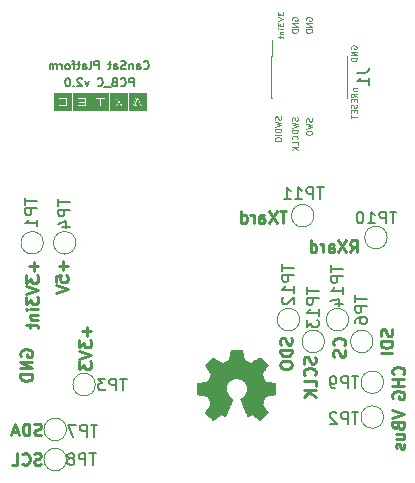
<source format=gbr>
G04 #@! TF.GenerationSoftware,KiCad,Pcbnew,(5.1.0)-1*
G04 #@! TF.CreationDate,2019-06-21T17:50:41-03:00*
G04 #@! TF.ProjectId,PCB_C,5043425f-432e-46b6-9963-61645f706362,rev?*
G04 #@! TF.SameCoordinates,Original*
G04 #@! TF.FileFunction,Legend,Bot*
G04 #@! TF.FilePolarity,Positive*
%FSLAX46Y46*%
G04 Gerber Fmt 4.6, Leading zero omitted, Abs format (unit mm)*
G04 Created by KiCad (PCBNEW (5.1.0)-1) date 2019-06-21 17:50:41*
%MOMM*%
%LPD*%
G04 APERTURE LIST*
%ADD10C,0.175000*%
%ADD11C,0.125000*%
%ADD12C,0.250000*%
%ADD13C,0.010000*%
%ADD14C,0.120000*%
%ADD15C,0.150000*%
G04 APERTURE END LIST*
D10*
X4392933Y11103800D02*
X4426266Y11070466D01*
X4526266Y11037133D01*
X4592933Y11037133D01*
X4692933Y11070466D01*
X4759599Y11137133D01*
X4792933Y11203800D01*
X4826266Y11337133D01*
X4826266Y11437133D01*
X4792933Y11570466D01*
X4759599Y11637133D01*
X4692933Y11703800D01*
X4592933Y11737133D01*
X4526266Y11737133D01*
X4426266Y11703800D01*
X4392933Y11670466D01*
X3792933Y11037133D02*
X3792933Y11403800D01*
X3826266Y11470466D01*
X3892933Y11503800D01*
X4026266Y11503800D01*
X4092933Y11470466D01*
X3792933Y11070466D02*
X3859599Y11037133D01*
X4026266Y11037133D01*
X4092933Y11070466D01*
X4126266Y11137133D01*
X4126266Y11203800D01*
X4092933Y11270466D01*
X4026266Y11303800D01*
X3859599Y11303800D01*
X3792933Y11337133D01*
X3459599Y11503800D02*
X3459599Y11037133D01*
X3459599Y11437133D02*
X3426266Y11470466D01*
X3359599Y11503800D01*
X3259599Y11503800D01*
X3192933Y11470466D01*
X3159599Y11403800D01*
X3159599Y11037133D01*
X2859600Y11070466D02*
X2759600Y11037133D01*
X2592933Y11037133D01*
X2526266Y11070466D01*
X2492933Y11103800D01*
X2459600Y11170466D01*
X2459600Y11237133D01*
X2492933Y11303800D01*
X2526266Y11337133D01*
X2592933Y11370466D01*
X2726266Y11403800D01*
X2792933Y11437133D01*
X2826266Y11470466D01*
X2859600Y11537133D01*
X2859600Y11603800D01*
X2826266Y11670466D01*
X2792933Y11703800D01*
X2726266Y11737133D01*
X2559600Y11737133D01*
X2459600Y11703800D01*
X1859599Y11037133D02*
X1859599Y11403800D01*
X1892933Y11470466D01*
X1959599Y11503800D01*
X2092933Y11503800D01*
X2159599Y11470466D01*
X1859599Y11070466D02*
X1926266Y11037133D01*
X2092933Y11037133D01*
X2159599Y11070466D01*
X2192933Y11137133D01*
X2192933Y11203800D01*
X2159599Y11270466D01*
X2092933Y11303800D01*
X1926266Y11303800D01*
X1859599Y11337133D01*
X1626266Y11503800D02*
X1359600Y11503800D01*
X1526266Y11737133D02*
X1526266Y11137133D01*
X1492933Y11070466D01*
X1426266Y11037133D01*
X1359600Y11037133D01*
X592933Y11037133D02*
X592933Y11737133D01*
X326266Y11737133D01*
X259600Y11703800D01*
X226266Y11670466D01*
X192933Y11603800D01*
X192933Y11503800D01*
X226266Y11437133D01*
X259600Y11403800D01*
X326266Y11370466D01*
X592933Y11370466D01*
X-207066Y11037133D02*
X-140400Y11070466D01*
X-107066Y11137133D01*
X-107066Y11737133D01*
X-773733Y11037133D02*
X-773733Y11403800D01*
X-740400Y11470466D01*
X-673733Y11503800D01*
X-540400Y11503800D01*
X-473733Y11470466D01*
X-773733Y11070466D02*
X-707066Y11037133D01*
X-540400Y11037133D01*
X-473733Y11070466D01*
X-440400Y11137133D01*
X-440400Y11203800D01*
X-473733Y11270466D01*
X-540400Y11303800D01*
X-707066Y11303800D01*
X-773733Y11337133D01*
X-1007066Y11503800D02*
X-1273733Y11503800D01*
X-1107066Y11737133D02*
X-1107066Y11137133D01*
X-1140400Y11070466D01*
X-1207066Y11037133D01*
X-1273733Y11037133D01*
X-1407066Y11503800D02*
X-1673733Y11503800D01*
X-1507066Y11037133D02*
X-1507066Y11637133D01*
X-1540400Y11703800D01*
X-1607066Y11737133D01*
X-1673733Y11737133D01*
X-2007066Y11037133D02*
X-1940400Y11070466D01*
X-1907066Y11103800D01*
X-1873733Y11170466D01*
X-1873733Y11370466D01*
X-1907066Y11437133D01*
X-1940400Y11470466D01*
X-2007066Y11503800D01*
X-2107066Y11503800D01*
X-2173733Y11470466D01*
X-2207066Y11437133D01*
X-2240400Y11370466D01*
X-2240400Y11170466D01*
X-2207066Y11103800D01*
X-2173733Y11070466D01*
X-2107066Y11037133D01*
X-2007066Y11037133D01*
X-2540400Y11037133D02*
X-2540400Y11503800D01*
X-2540400Y11370466D02*
X-2573733Y11437133D01*
X-2607066Y11470466D01*
X-2673733Y11503800D01*
X-2740400Y11503800D01*
X-2973733Y11037133D02*
X-2973733Y11503800D01*
X-2973733Y11437133D02*
X-3007066Y11470466D01*
X-3073733Y11503800D01*
X-3173733Y11503800D01*
X-3240400Y11470466D01*
X-3273733Y11403800D01*
X-3273733Y11037133D01*
X-3273733Y11403800D02*
X-3307066Y11470466D01*
X-3373733Y11503800D01*
X-3473733Y11503800D01*
X-3540400Y11470466D01*
X-3573733Y11403800D01*
X-3573733Y11037133D01*
D11*
X22092857Y9438095D02*
X22426190Y9438095D01*
X22140476Y9438095D02*
X22116666Y9414285D01*
X22092857Y9366666D01*
X22092857Y9295238D01*
X22116666Y9247619D01*
X22164285Y9223809D01*
X22426190Y9223809D01*
X22426190Y8700000D02*
X22188095Y8866666D01*
X22426190Y8985714D02*
X21926190Y8985714D01*
X21926190Y8795238D01*
X21950000Y8747619D01*
X21973809Y8723809D01*
X22021428Y8700000D01*
X22092857Y8700000D01*
X22140476Y8723809D01*
X22164285Y8747619D01*
X22188095Y8795238D01*
X22188095Y8985714D01*
X22164285Y8485714D02*
X22164285Y8319047D01*
X22426190Y8247619D02*
X22426190Y8485714D01*
X21926190Y8485714D01*
X21926190Y8247619D01*
X22402380Y8057142D02*
X22426190Y7985714D01*
X22426190Y7866666D01*
X22402380Y7819047D01*
X22378571Y7795238D01*
X22330952Y7771428D01*
X22283333Y7771428D01*
X22235714Y7795238D01*
X22211904Y7819047D01*
X22188095Y7866666D01*
X22164285Y7961904D01*
X22140476Y8009523D01*
X22116666Y8033333D01*
X22069047Y8057142D01*
X22021428Y8057142D01*
X21973809Y8033333D01*
X21950000Y8009523D01*
X21926190Y7961904D01*
X21926190Y7842857D01*
X21950000Y7771428D01*
X22164285Y7557142D02*
X22164285Y7390476D01*
X22426190Y7319047D02*
X22426190Y7557142D01*
X21926190Y7557142D01*
X21926190Y7319047D01*
X21926190Y7176190D02*
X21926190Y6890476D01*
X22426190Y7033333D02*
X21926190Y7033333D01*
X21950000Y12780952D02*
X21926190Y12828571D01*
X21926190Y12900000D01*
X21950000Y12971428D01*
X21997619Y13019047D01*
X22045238Y13042857D01*
X22140476Y13066666D01*
X22211904Y13066666D01*
X22307142Y13042857D01*
X22354761Y13019047D01*
X22402380Y12971428D01*
X22426190Y12900000D01*
X22426190Y12852380D01*
X22402380Y12780952D01*
X22378571Y12757142D01*
X22211904Y12757142D01*
X22211904Y12852380D01*
X22426190Y12542857D02*
X21926190Y12542857D01*
X22426190Y12257142D01*
X21926190Y12257142D01*
X22426190Y12019047D02*
X21926190Y12019047D01*
X21926190Y11900000D01*
X21950000Y11828571D01*
X21997619Y11780952D01*
X22045238Y11757142D01*
X22140476Y11733333D01*
X22211904Y11733333D01*
X22307142Y11757142D01*
X22354761Y11780952D01*
X22402380Y11828571D01*
X22426190Y11900000D01*
X22426190Y12019047D01*
X18150000Y15180952D02*
X18126190Y15228571D01*
X18126190Y15300000D01*
X18150000Y15371428D01*
X18197619Y15419047D01*
X18245238Y15442857D01*
X18340476Y15466666D01*
X18411904Y15466666D01*
X18507142Y15442857D01*
X18554761Y15419047D01*
X18602380Y15371428D01*
X18626190Y15300000D01*
X18626190Y15252380D01*
X18602380Y15180952D01*
X18578571Y15157142D01*
X18411904Y15157142D01*
X18411904Y15252380D01*
X18626190Y14942857D02*
X18126190Y14942857D01*
X18626190Y14657142D01*
X18126190Y14657142D01*
X18626190Y14419047D02*
X18126190Y14419047D01*
X18126190Y14300000D01*
X18150000Y14228571D01*
X18197619Y14180952D01*
X18245238Y14157142D01*
X18340476Y14133333D01*
X18411904Y14133333D01*
X18507142Y14157142D01*
X18554761Y14180952D01*
X18602380Y14228571D01*
X18626190Y14300000D01*
X18626190Y14419047D01*
X16950000Y15180952D02*
X16926190Y15228571D01*
X16926190Y15300000D01*
X16950000Y15371428D01*
X16997619Y15419047D01*
X17045238Y15442857D01*
X17140476Y15466666D01*
X17211904Y15466666D01*
X17307142Y15442857D01*
X17354761Y15419047D01*
X17402380Y15371428D01*
X17426190Y15300000D01*
X17426190Y15252380D01*
X17402380Y15180952D01*
X17378571Y15157142D01*
X17211904Y15157142D01*
X17211904Y15252380D01*
X17426190Y14942857D02*
X16926190Y14942857D01*
X17426190Y14657142D01*
X16926190Y14657142D01*
X17426190Y14419047D02*
X16926190Y14419047D01*
X16926190Y14300000D01*
X16950000Y14228571D01*
X16997619Y14180952D01*
X17045238Y14157142D01*
X17140476Y14133333D01*
X17211904Y14133333D01*
X17307142Y14157142D01*
X17354761Y14180952D01*
X17402380Y14228571D01*
X17426190Y14300000D01*
X17426190Y14419047D01*
X15726190Y15907142D02*
X15726190Y15597619D01*
X15916666Y15764285D01*
X15916666Y15692857D01*
X15940476Y15645238D01*
X15964285Y15621428D01*
X16011904Y15597619D01*
X16130952Y15597619D01*
X16178571Y15621428D01*
X16202380Y15645238D01*
X16226190Y15692857D01*
X16226190Y15835714D01*
X16202380Y15883333D01*
X16178571Y15907142D01*
X15726190Y15454761D02*
X16226190Y15288095D01*
X15726190Y15121428D01*
X15726190Y15002380D02*
X15726190Y14692857D01*
X15916666Y14859523D01*
X15916666Y14788095D01*
X15940476Y14740476D01*
X15964285Y14716666D01*
X16011904Y14692857D01*
X16130952Y14692857D01*
X16178571Y14716666D01*
X16202380Y14740476D01*
X16226190Y14788095D01*
X16226190Y14930952D01*
X16202380Y14978571D01*
X16178571Y15002380D01*
X16226190Y14478571D02*
X15892857Y14478571D01*
X15726190Y14478571D02*
X15750000Y14502380D01*
X15773809Y14478571D01*
X15750000Y14454761D01*
X15726190Y14478571D01*
X15773809Y14478571D01*
X15892857Y14240476D02*
X16226190Y14240476D01*
X15940476Y14240476D02*
X15916666Y14216666D01*
X15892857Y14169047D01*
X15892857Y14097619D01*
X15916666Y14049999D01*
X15964285Y14026190D01*
X16226190Y14026190D01*
X15892857Y13859523D02*
X15892857Y13669047D01*
X15726190Y13788095D02*
X16154761Y13788095D01*
X16202380Y13764285D01*
X16226190Y13716666D01*
X16226190Y13669047D01*
X18602380Y6890476D02*
X18626190Y6819047D01*
X18626190Y6700000D01*
X18602380Y6652380D01*
X18578571Y6628571D01*
X18530952Y6604761D01*
X18483333Y6604761D01*
X18435714Y6628571D01*
X18411904Y6652380D01*
X18388095Y6700000D01*
X18364285Y6795238D01*
X18340476Y6842857D01*
X18316666Y6866666D01*
X18269047Y6890476D01*
X18221428Y6890476D01*
X18173809Y6866666D01*
X18150000Y6842857D01*
X18126190Y6795238D01*
X18126190Y6676190D01*
X18150000Y6604761D01*
X18126190Y6438095D02*
X18626190Y6319047D01*
X18269047Y6223809D01*
X18626190Y6128571D01*
X18126190Y6009523D01*
X18126190Y5723809D02*
X18126190Y5628571D01*
X18150000Y5580952D01*
X18197619Y5533333D01*
X18292857Y5509523D01*
X18459523Y5509523D01*
X18554761Y5533333D01*
X18602380Y5580952D01*
X18626190Y5628571D01*
X18626190Y5723809D01*
X18602380Y5771428D01*
X18554761Y5819047D01*
X18459523Y5842857D01*
X18292857Y5842857D01*
X18197619Y5819047D01*
X18150000Y5771428D01*
X18126190Y5723809D01*
X17402380Y6980952D02*
X17426190Y6909523D01*
X17426190Y6790476D01*
X17402380Y6742857D01*
X17378571Y6719047D01*
X17330952Y6695238D01*
X17283333Y6695238D01*
X17235714Y6719047D01*
X17211904Y6742857D01*
X17188095Y6790476D01*
X17164285Y6885714D01*
X17140476Y6933333D01*
X17116666Y6957142D01*
X17069047Y6980952D01*
X17021428Y6980952D01*
X16973809Y6957142D01*
X16950000Y6933333D01*
X16926190Y6885714D01*
X16926190Y6766666D01*
X16950000Y6695238D01*
X16926190Y6528571D02*
X17426190Y6409523D01*
X17069047Y6314285D01*
X17426190Y6219047D01*
X16926190Y6100000D01*
X17426190Y5909523D02*
X16926190Y5909523D01*
X16926190Y5790476D01*
X16950000Y5719047D01*
X16997619Y5671428D01*
X17045238Y5647619D01*
X17140476Y5623809D01*
X17211904Y5623809D01*
X17307142Y5647619D01*
X17354761Y5671428D01*
X17402380Y5719047D01*
X17426190Y5790476D01*
X17426190Y5909523D01*
X17378571Y5123809D02*
X17402380Y5147619D01*
X17426190Y5219047D01*
X17426190Y5266666D01*
X17402380Y5338095D01*
X17354761Y5385714D01*
X17307142Y5409523D01*
X17211904Y5433333D01*
X17140476Y5433333D01*
X17045238Y5409523D01*
X16997619Y5385714D01*
X16950000Y5338095D01*
X16926190Y5266666D01*
X16926190Y5219047D01*
X16950000Y5147619D01*
X16973809Y5123809D01*
X17426190Y4671428D02*
X17426190Y4909523D01*
X16926190Y4909523D01*
X17426190Y4504761D02*
X16926190Y4504761D01*
X17426190Y4219047D02*
X17140476Y4433333D01*
X16926190Y4219047D02*
X17211904Y4504761D01*
X16002380Y7059523D02*
X16026190Y6988095D01*
X16026190Y6869047D01*
X16002380Y6821428D01*
X15978571Y6797619D01*
X15930952Y6773809D01*
X15883333Y6773809D01*
X15835714Y6797619D01*
X15811904Y6821428D01*
X15788095Y6869047D01*
X15764285Y6964285D01*
X15740476Y7011904D01*
X15716666Y7035714D01*
X15669047Y7059523D01*
X15621428Y7059523D01*
X15573809Y7035714D01*
X15550000Y7011904D01*
X15526190Y6964285D01*
X15526190Y6845238D01*
X15550000Y6773809D01*
X15526190Y6607142D02*
X16026190Y6488095D01*
X15669047Y6392857D01*
X16026190Y6297619D01*
X15526190Y6178571D01*
X16026190Y5988095D02*
X15526190Y5988095D01*
X15526190Y5869047D01*
X15550000Y5797619D01*
X15597619Y5750000D01*
X15645238Y5726190D01*
X15740476Y5702380D01*
X15811904Y5702380D01*
X15907142Y5726190D01*
X15954761Y5750000D01*
X16002380Y5797619D01*
X16026190Y5869047D01*
X16026190Y5988095D01*
X16026190Y5488095D02*
X15526190Y5488095D01*
X15526190Y5154761D02*
X15526190Y5059523D01*
X15550000Y5011904D01*
X15597619Y4964285D01*
X15692857Y4940476D01*
X15859523Y4940476D01*
X15954761Y4964285D01*
X16002380Y5011904D01*
X16026190Y5059523D01*
X16026190Y5154761D01*
X16002380Y5202380D01*
X15954761Y5250000D01*
X15859523Y5273809D01*
X15692857Y5273809D01*
X15597619Y5250000D01*
X15550000Y5202380D01*
X15526190Y5154761D01*
D10*
X3530666Y9601733D02*
X3530666Y10301733D01*
X3264000Y10301733D01*
X3197333Y10268400D01*
X3164000Y10235066D01*
X3130666Y10168400D01*
X3130666Y10068400D01*
X3164000Y10001733D01*
X3197333Y9968400D01*
X3264000Y9935066D01*
X3530666Y9935066D01*
X2430666Y9668400D02*
X2464000Y9635066D01*
X2564000Y9601733D01*
X2630666Y9601733D01*
X2730666Y9635066D01*
X2797333Y9701733D01*
X2830666Y9768400D01*
X2864000Y9901733D01*
X2864000Y10001733D01*
X2830666Y10135066D01*
X2797333Y10201733D01*
X2730666Y10268400D01*
X2630666Y10301733D01*
X2564000Y10301733D01*
X2464000Y10268400D01*
X2430666Y10235066D01*
X1897333Y9968400D02*
X1797333Y9935066D01*
X1764000Y9901733D01*
X1730666Y9835066D01*
X1730666Y9735066D01*
X1764000Y9668400D01*
X1797333Y9635066D01*
X1864000Y9601733D01*
X2130666Y9601733D01*
X2130666Y10301733D01*
X1897333Y10301733D01*
X1830666Y10268400D01*
X1797333Y10235066D01*
X1764000Y10168400D01*
X1764000Y10101733D01*
X1797333Y10035066D01*
X1830666Y10001733D01*
X1897333Y9968400D01*
X2130666Y9968400D01*
X1597333Y9535066D02*
X1064000Y9535066D01*
X497333Y9668400D02*
X530666Y9635066D01*
X630666Y9601733D01*
X697333Y9601733D01*
X797333Y9635066D01*
X864000Y9701733D01*
X897333Y9768400D01*
X930666Y9901733D01*
X930666Y10001733D01*
X897333Y10135066D01*
X864000Y10201733D01*
X797333Y10268400D01*
X697333Y10301733D01*
X630666Y10301733D01*
X530666Y10268400D01*
X497333Y10235066D01*
X-269333Y10068400D02*
X-435999Y9601733D01*
X-602666Y10068400D01*
X-835999Y10235066D02*
X-869333Y10268400D01*
X-935999Y10301733D01*
X-1102666Y10301733D01*
X-1169333Y10268400D01*
X-1202666Y10235066D01*
X-1235999Y10168400D01*
X-1235999Y10101733D01*
X-1202666Y10001733D01*
X-802666Y9601733D01*
X-1235999Y9601733D01*
X-1535999Y9668400D02*
X-1569333Y9635066D01*
X-1535999Y9601733D01*
X-1502666Y9635066D01*
X-1535999Y9668400D01*
X-1535999Y9601733D01*
X-2002666Y10301733D02*
X-2069333Y10301733D01*
X-2135999Y10268400D01*
X-2169333Y10235066D01*
X-2202666Y10168400D01*
X-2235999Y10035066D01*
X-2235999Y9868400D01*
X-2202666Y9735066D01*
X-2169333Y9668400D01*
X-2135999Y9635066D01*
X-2069333Y9601733D01*
X-2002666Y9601733D01*
X-1935999Y9635066D01*
X-1902666Y9668400D01*
X-1869333Y9735066D01*
X-1835999Y9868400D01*
X-1835999Y10035066D01*
X-1869333Y10168400D01*
X-1902666Y10235066D01*
X-1935999Y10268400D01*
X-2002666Y10301733D01*
D12*
X25404761Y-10976190D02*
X25452380Y-11119047D01*
X25452380Y-11357142D01*
X25404761Y-11452380D01*
X25357142Y-11500000D01*
X25261904Y-11547619D01*
X25166666Y-11547619D01*
X25071428Y-11500000D01*
X25023809Y-11452380D01*
X24976190Y-11357142D01*
X24928571Y-11166666D01*
X24880952Y-11071428D01*
X24833333Y-11023809D01*
X24738095Y-10976190D01*
X24642857Y-10976190D01*
X24547619Y-11023809D01*
X24500000Y-11071428D01*
X24452380Y-11166666D01*
X24452380Y-11404761D01*
X24500000Y-11547619D01*
X25452380Y-11976190D02*
X24452380Y-11976190D01*
X24452380Y-12214285D01*
X24500000Y-12357142D01*
X24595238Y-12452380D01*
X24690476Y-12500000D01*
X24880952Y-12547619D01*
X25023809Y-12547619D01*
X25214285Y-12500000D01*
X25309523Y-12452380D01*
X25404761Y-12357142D01*
X25452380Y-12214285D01*
X25452380Y-11976190D01*
X25452380Y-12976190D02*
X24452380Y-12976190D01*
X21357142Y-12333333D02*
X21404761Y-12285714D01*
X21452380Y-12142857D01*
X21452380Y-12047619D01*
X21404761Y-11904761D01*
X21309523Y-11809523D01*
X21214285Y-11761904D01*
X21023809Y-11714285D01*
X20880952Y-11714285D01*
X20690476Y-11761904D01*
X20595238Y-11809523D01*
X20500000Y-11904761D01*
X20452380Y-12047619D01*
X20452380Y-12142857D01*
X20500000Y-12285714D01*
X20547619Y-12333333D01*
X21404761Y-12714285D02*
X21452380Y-12857142D01*
X21452380Y-13095238D01*
X21404761Y-13190476D01*
X21357142Y-13238095D01*
X21261904Y-13285714D01*
X21166666Y-13285714D01*
X21071428Y-13238095D01*
X21023809Y-13190476D01*
X20976190Y-13095238D01*
X20928571Y-12904761D01*
X20880952Y-12809523D01*
X20833333Y-12761904D01*
X20738095Y-12714285D01*
X20642857Y-12714285D01*
X20547619Y-12761904D01*
X20500000Y-12809523D01*
X20452380Y-12904761D01*
X20452380Y-13142857D01*
X20500000Y-13285714D01*
X18904761Y-13309523D02*
X18952380Y-13452380D01*
X18952380Y-13690476D01*
X18904761Y-13785714D01*
X18857142Y-13833333D01*
X18761904Y-13880952D01*
X18666666Y-13880952D01*
X18571428Y-13833333D01*
X18523809Y-13785714D01*
X18476190Y-13690476D01*
X18428571Y-13500000D01*
X18380952Y-13404761D01*
X18333333Y-13357142D01*
X18238095Y-13309523D01*
X18142857Y-13309523D01*
X18047619Y-13357142D01*
X18000000Y-13404761D01*
X17952380Y-13500000D01*
X17952380Y-13738095D01*
X18000000Y-13880952D01*
X18857142Y-14880952D02*
X18904761Y-14833333D01*
X18952380Y-14690476D01*
X18952380Y-14595238D01*
X18904761Y-14452380D01*
X18809523Y-14357142D01*
X18714285Y-14309523D01*
X18523809Y-14261904D01*
X18380952Y-14261904D01*
X18190476Y-14309523D01*
X18095238Y-14357142D01*
X18000000Y-14452380D01*
X17952380Y-14595238D01*
X17952380Y-14690476D01*
X18000000Y-14833333D01*
X18047619Y-14880952D01*
X18952380Y-15785714D02*
X18952380Y-15309523D01*
X17952380Y-15309523D01*
X18952380Y-16119047D02*
X17952380Y-16119047D01*
X18952380Y-16690476D02*
X18380952Y-16261904D01*
X17952380Y-16690476D02*
X18523809Y-16119047D01*
X16904761Y-11690476D02*
X16952380Y-11833333D01*
X16952380Y-12071428D01*
X16904761Y-12166666D01*
X16857142Y-12214285D01*
X16761904Y-12261904D01*
X16666666Y-12261904D01*
X16571428Y-12214285D01*
X16523809Y-12166666D01*
X16476190Y-12071428D01*
X16428571Y-11880952D01*
X16380952Y-11785714D01*
X16333333Y-11738095D01*
X16238095Y-11690476D01*
X16142857Y-11690476D01*
X16047619Y-11738095D01*
X16000000Y-11785714D01*
X15952380Y-11880952D01*
X15952380Y-12119047D01*
X16000000Y-12261904D01*
X16952380Y-12690476D02*
X15952380Y-12690476D01*
X15952380Y-12928571D01*
X16000000Y-13071428D01*
X16095238Y-13166666D01*
X16190476Y-13214285D01*
X16380952Y-13261904D01*
X16523809Y-13261904D01*
X16714285Y-13214285D01*
X16809523Y-13166666D01*
X16904761Y-13071428D01*
X16952380Y-12928571D01*
X16952380Y-12690476D01*
X15952380Y-13880952D02*
X15952380Y-14071428D01*
X16000000Y-14166666D01*
X16095238Y-14261904D01*
X16285714Y-14309523D01*
X16619047Y-14309523D01*
X16809523Y-14261904D01*
X16904761Y-14166666D01*
X16952380Y-14071428D01*
X16952380Y-13880952D01*
X16904761Y-13785714D01*
X16809523Y-13690476D01*
X16619047Y-13642857D01*
X16285714Y-13642857D01*
X16095238Y-13690476D01*
X16000000Y-13785714D01*
X15952380Y-13880952D01*
X25452380Y-17809523D02*
X26452380Y-18142857D01*
X25452380Y-18476190D01*
X25928571Y-19142857D02*
X25976190Y-19285714D01*
X26023809Y-19333333D01*
X26119047Y-19380952D01*
X26261904Y-19380952D01*
X26357142Y-19333333D01*
X26404761Y-19285714D01*
X26452380Y-19190476D01*
X26452380Y-18809523D01*
X25452380Y-18809523D01*
X25452380Y-19142857D01*
X25500000Y-19238095D01*
X25547619Y-19285714D01*
X25642857Y-19333333D01*
X25738095Y-19333333D01*
X25833333Y-19285714D01*
X25880952Y-19238095D01*
X25928571Y-19142857D01*
X25928571Y-18809523D01*
X25785714Y-20238095D02*
X26452380Y-20238095D01*
X25785714Y-19809523D02*
X26309523Y-19809523D01*
X26404761Y-19857142D01*
X26452380Y-19952380D01*
X26452380Y-20095238D01*
X26404761Y-20190476D01*
X26357142Y-20238095D01*
X26404761Y-20666666D02*
X26452380Y-20761904D01*
X26452380Y-20952380D01*
X26404761Y-21047619D01*
X26309523Y-21095238D01*
X26261904Y-21095238D01*
X26166666Y-21047619D01*
X26119047Y-20952380D01*
X26119047Y-20809523D01*
X26071428Y-20714285D01*
X25976190Y-20666666D01*
X25928571Y-20666666D01*
X25833333Y-20714285D01*
X25785714Y-20809523D01*
X25785714Y-20952380D01*
X25833333Y-21047619D01*
X26357142Y-14785714D02*
X26404761Y-14738095D01*
X26452380Y-14595238D01*
X26452380Y-14500000D01*
X26404761Y-14357142D01*
X26309523Y-14261904D01*
X26214285Y-14214285D01*
X26023809Y-14166666D01*
X25880952Y-14166666D01*
X25690476Y-14214285D01*
X25595238Y-14261904D01*
X25500000Y-14357142D01*
X25452380Y-14500000D01*
X25452380Y-14595238D01*
X25500000Y-14738095D01*
X25547619Y-14785714D01*
X26452380Y-15214285D02*
X25452380Y-15214285D01*
X25928571Y-15214285D02*
X25928571Y-15785714D01*
X26452380Y-15785714D02*
X25452380Y-15785714D01*
X25500000Y-16785714D02*
X25452380Y-16690476D01*
X25452380Y-16547619D01*
X25500000Y-16404761D01*
X25595238Y-16309523D01*
X25690476Y-16261904D01*
X25880952Y-16214285D01*
X26023809Y-16214285D01*
X26214285Y-16261904D01*
X26309523Y-16309523D01*
X26404761Y-16404761D01*
X26452380Y-16547619D01*
X26452380Y-16642857D01*
X26404761Y-16785714D01*
X26357142Y-16833333D01*
X26023809Y-16833333D01*
X26023809Y-16642857D01*
X21880952Y-4452380D02*
X22214285Y-3976190D01*
X22452380Y-4452380D02*
X22452380Y-3452380D01*
X22071428Y-3452380D01*
X21976190Y-3500000D01*
X21928571Y-3547619D01*
X21880952Y-3642857D01*
X21880952Y-3785714D01*
X21928571Y-3880952D01*
X21976190Y-3928571D01*
X22071428Y-3976190D01*
X22452380Y-3976190D01*
X21547619Y-3452380D02*
X20880952Y-4452380D01*
X20880952Y-3452380D02*
X21547619Y-4452380D01*
X20071428Y-4452380D02*
X20071428Y-3928571D01*
X20119047Y-3833333D01*
X20214285Y-3785714D01*
X20404761Y-3785714D01*
X20500000Y-3833333D01*
X20071428Y-4404761D02*
X20166666Y-4452380D01*
X20404761Y-4452380D01*
X20500000Y-4404761D01*
X20547619Y-4309523D01*
X20547619Y-4214285D01*
X20500000Y-4119047D01*
X20404761Y-4071428D01*
X20166666Y-4071428D01*
X20071428Y-4023809D01*
X19595238Y-4452380D02*
X19595238Y-3785714D01*
X19595238Y-3976190D02*
X19547619Y-3880952D01*
X19500000Y-3833333D01*
X19404761Y-3785714D01*
X19309523Y-3785714D01*
X18547619Y-4452380D02*
X18547619Y-3452380D01*
X18547619Y-4404761D02*
X18642857Y-4452380D01*
X18833333Y-4452380D01*
X18928571Y-4404761D01*
X18976190Y-4357142D01*
X19023809Y-4261904D01*
X19023809Y-3976190D01*
X18976190Y-3880952D01*
X18928571Y-3833333D01*
X18833333Y-3785714D01*
X18642857Y-3785714D01*
X18547619Y-3833333D01*
X16476190Y-952380D02*
X15904761Y-952380D01*
X16190476Y-1952380D02*
X16190476Y-952380D01*
X15666666Y-952380D02*
X15000000Y-1952380D01*
X15000000Y-952380D02*
X15666666Y-1952380D01*
X14190476Y-1952380D02*
X14190476Y-1428571D01*
X14238095Y-1333333D01*
X14333333Y-1285714D01*
X14523809Y-1285714D01*
X14619047Y-1333333D01*
X14190476Y-1904761D02*
X14285714Y-1952380D01*
X14523809Y-1952380D01*
X14619047Y-1904761D01*
X14666666Y-1809523D01*
X14666666Y-1714285D01*
X14619047Y-1619047D01*
X14523809Y-1571428D01*
X14285714Y-1571428D01*
X14190476Y-1523809D01*
X13714285Y-1952380D02*
X13714285Y-1285714D01*
X13714285Y-1476190D02*
X13666666Y-1380952D01*
X13619047Y-1333333D01*
X13523809Y-1285714D01*
X13428571Y-1285714D01*
X12666666Y-1952380D02*
X12666666Y-952380D01*
X12666666Y-1904761D02*
X12761904Y-1952380D01*
X12952380Y-1952380D01*
X13047619Y-1904761D01*
X13095238Y-1857142D01*
X13142857Y-1761904D01*
X13142857Y-1476190D01*
X13095238Y-1380952D01*
X13047619Y-1333333D01*
X12952380Y-1285714D01*
X12761904Y-1285714D01*
X12666666Y-1333333D01*
X-6000000Y-13238095D02*
X-6047619Y-13142857D01*
X-6047619Y-13000000D01*
X-6000000Y-12857142D01*
X-5904761Y-12761904D01*
X-5809523Y-12714285D01*
X-5619047Y-12666666D01*
X-5476190Y-12666666D01*
X-5285714Y-12714285D01*
X-5190476Y-12761904D01*
X-5095238Y-12857142D01*
X-5047619Y-13000000D01*
X-5047619Y-13095238D01*
X-5095238Y-13238095D01*
X-5142857Y-13285714D01*
X-5476190Y-13285714D01*
X-5476190Y-13095238D01*
X-5047619Y-13714285D02*
X-6047619Y-13714285D01*
X-5047619Y-14285714D01*
X-6047619Y-14285714D01*
X-5047619Y-14761904D02*
X-6047619Y-14761904D01*
X-6047619Y-15000000D01*
X-6000000Y-15142857D01*
X-5904761Y-15238095D01*
X-5809523Y-15285714D01*
X-5619047Y-15333333D01*
X-5476190Y-15333333D01*
X-5285714Y-15285714D01*
X-5190476Y-15238095D01*
X-5095238Y-15142857D01*
X-5047619Y-15000000D01*
X-5047619Y-14761904D01*
X-4309523Y-22404761D02*
X-4452380Y-22452380D01*
X-4690476Y-22452380D01*
X-4785714Y-22404761D01*
X-4833333Y-22357142D01*
X-4880952Y-22261904D01*
X-4880952Y-22166666D01*
X-4833333Y-22071428D01*
X-4785714Y-22023809D01*
X-4690476Y-21976190D01*
X-4500000Y-21928571D01*
X-4404761Y-21880952D01*
X-4357142Y-21833333D01*
X-4309523Y-21738095D01*
X-4309523Y-21642857D01*
X-4357142Y-21547619D01*
X-4404761Y-21500000D01*
X-4500000Y-21452380D01*
X-4738095Y-21452380D01*
X-4880952Y-21500000D01*
X-5880952Y-22357142D02*
X-5833333Y-22404761D01*
X-5690476Y-22452380D01*
X-5595238Y-22452380D01*
X-5452380Y-22404761D01*
X-5357142Y-22309523D01*
X-5309523Y-22214285D01*
X-5261904Y-22023809D01*
X-5261904Y-21880952D01*
X-5309523Y-21690476D01*
X-5357142Y-21595238D01*
X-5452380Y-21500000D01*
X-5595238Y-21452380D01*
X-5690476Y-21452380D01*
X-5833333Y-21500000D01*
X-5880952Y-21547619D01*
X-6785714Y-22452380D02*
X-6309523Y-22452380D01*
X-6309523Y-21452380D01*
X-4285714Y-19904761D02*
X-4428571Y-19952380D01*
X-4666666Y-19952380D01*
X-4761904Y-19904761D01*
X-4809523Y-19857142D01*
X-4857142Y-19761904D01*
X-4857142Y-19666666D01*
X-4809523Y-19571428D01*
X-4761904Y-19523809D01*
X-4666666Y-19476190D01*
X-4476190Y-19428571D01*
X-4380952Y-19380952D01*
X-4333333Y-19333333D01*
X-4285714Y-19238095D01*
X-4285714Y-19142857D01*
X-4333333Y-19047619D01*
X-4380952Y-19000000D01*
X-4476190Y-18952380D01*
X-4714285Y-18952380D01*
X-4857142Y-19000000D01*
X-5285714Y-19952380D02*
X-5285714Y-18952380D01*
X-5523809Y-18952380D01*
X-5666666Y-19000000D01*
X-5761904Y-19095238D01*
X-5809523Y-19190476D01*
X-5857142Y-19380952D01*
X-5857142Y-19523809D01*
X-5809523Y-19714285D01*
X-5761904Y-19809523D01*
X-5666666Y-19904761D01*
X-5523809Y-19952380D01*
X-5285714Y-19952380D01*
X-6238095Y-19666666D02*
X-6714285Y-19666666D01*
X-6142857Y-19952380D02*
X-6476190Y-18952380D01*
X-6809523Y-19952380D01*
X-428571Y-10738095D02*
X-428571Y-11500000D01*
X-47619Y-11119047D02*
X-809523Y-11119047D01*
X-1047619Y-11880952D02*
X-1047619Y-12500000D01*
X-666666Y-12166666D01*
X-666666Y-12309523D01*
X-619047Y-12404761D01*
X-571428Y-12452380D01*
X-476190Y-12500000D01*
X-238095Y-12500000D01*
X-142857Y-12452380D01*
X-95238Y-12404761D01*
X-47619Y-12309523D01*
X-47619Y-12023809D01*
X-95238Y-11928571D01*
X-142857Y-11880952D01*
X-1047619Y-12785714D02*
X-47619Y-13119047D01*
X-1047619Y-13452380D01*
X-1047619Y-13690476D02*
X-1047619Y-14309523D01*
X-666666Y-13976190D01*
X-666666Y-14119047D01*
X-619047Y-14214285D01*
X-571428Y-14261904D01*
X-476190Y-14309523D01*
X-238095Y-14309523D01*
X-142857Y-14261904D01*
X-95238Y-14214285D01*
X-47619Y-14119047D01*
X-47619Y-13833333D01*
X-95238Y-13738095D01*
X-142857Y-13690476D01*
X-4928571Y-5261904D02*
X-4928571Y-6023809D01*
X-4547619Y-5642857D02*
X-5309523Y-5642857D01*
X-5547619Y-6404761D02*
X-5547619Y-7023809D01*
X-5166666Y-6690476D01*
X-5166666Y-6833333D01*
X-5119047Y-6928571D01*
X-5071428Y-6976190D01*
X-4976190Y-7023809D01*
X-4738095Y-7023809D01*
X-4642857Y-6976190D01*
X-4595238Y-6928571D01*
X-4547619Y-6833333D01*
X-4547619Y-6547619D01*
X-4595238Y-6452380D01*
X-4642857Y-6404761D01*
X-5547619Y-7309523D02*
X-4547619Y-7642857D01*
X-5547619Y-7976190D01*
X-5547619Y-8214285D02*
X-5547619Y-8833333D01*
X-5166666Y-8500000D01*
X-5166666Y-8642857D01*
X-5119047Y-8738095D01*
X-5071428Y-8785714D01*
X-4976190Y-8833333D01*
X-4738095Y-8833333D01*
X-4642857Y-8785714D01*
X-4595238Y-8738095D01*
X-4547619Y-8642857D01*
X-4547619Y-8357142D01*
X-4595238Y-8261904D01*
X-4642857Y-8214285D01*
X-4547619Y-9261904D02*
X-5214285Y-9261904D01*
X-5547619Y-9261904D02*
X-5500000Y-9214285D01*
X-5452380Y-9261904D01*
X-5500000Y-9309523D01*
X-5547619Y-9261904D01*
X-5452380Y-9261904D01*
X-5214285Y-9738095D02*
X-4547619Y-9738095D01*
X-5119047Y-9738095D02*
X-5166666Y-9785714D01*
X-5214285Y-9880952D01*
X-5214285Y-10023809D01*
X-5166666Y-10119047D01*
X-5071428Y-10166666D01*
X-4547619Y-10166666D01*
X-5214285Y-10500000D02*
X-5214285Y-10880952D01*
X-5547619Y-10642857D02*
X-4690476Y-10642857D01*
X-4595238Y-10690476D01*
X-4547619Y-10785714D01*
X-4547619Y-10880952D01*
X-2428571Y-5214285D02*
X-2428571Y-5976190D01*
X-2047619Y-5595238D02*
X-2809523Y-5595238D01*
X-3047619Y-6928571D02*
X-3047619Y-6452380D01*
X-2571428Y-6404761D01*
X-2619047Y-6452380D01*
X-2666666Y-6547619D01*
X-2666666Y-6785714D01*
X-2619047Y-6880952D01*
X-2571428Y-6928571D01*
X-2476190Y-6976190D01*
X-2238095Y-6976190D01*
X-2142857Y-6928571D01*
X-2095238Y-6880952D01*
X-2047619Y-6785714D01*
X-2047619Y-6547619D01*
X-2095238Y-6452380D01*
X-2142857Y-6404761D01*
X-3047619Y-7261904D02*
X-2047619Y-7595238D01*
X-3047619Y-7928571D01*
D13*
G36*
X11686986Y-13166131D02*
G01*
X11603165Y-13610755D01*
X11293880Y-13738253D01*
X10984594Y-13865751D01*
X10613554Y-13613446D01*
X10509643Y-13543196D01*
X10415713Y-13480472D01*
X10336148Y-13428138D01*
X10275330Y-13389057D01*
X10237643Y-13366093D01*
X10227379Y-13361142D01*
X10208890Y-13373876D01*
X10169380Y-13409082D01*
X10113278Y-13462262D01*
X10045013Y-13528918D01*
X9969014Y-13604554D01*
X9889708Y-13684672D01*
X9811525Y-13764774D01*
X9738893Y-13840364D01*
X9676241Y-13906945D01*
X9627997Y-13960018D01*
X9598590Y-13995087D01*
X9591559Y-14006823D01*
X9601677Y-14028460D01*
X9630041Y-14075862D01*
X9673671Y-14144393D01*
X9729582Y-14229415D01*
X9794794Y-14326293D01*
X9832581Y-14381550D01*
X9901457Y-14482448D01*
X9962660Y-14573499D01*
X10013222Y-14650170D01*
X10050172Y-14707928D01*
X10070542Y-14742243D01*
X10073603Y-14749454D01*
X10066664Y-14769948D01*
X10047749Y-14817713D01*
X10019713Y-14886032D01*
X9985409Y-14968189D01*
X9947691Y-15057470D01*
X9909413Y-15147158D01*
X9873430Y-15230538D01*
X9842594Y-15300894D01*
X9819761Y-15351510D01*
X9807783Y-15375671D01*
X9807076Y-15376622D01*
X9788269Y-15381236D01*
X9738182Y-15391528D01*
X9662007Y-15406487D01*
X9564935Y-15425101D01*
X9452157Y-15446359D01*
X9386358Y-15458618D01*
X9265850Y-15481562D01*
X9157003Y-15503395D01*
X9065324Y-15522922D01*
X8996319Y-15538948D01*
X8955496Y-15550279D01*
X8947289Y-15553874D01*
X8939252Y-15578206D01*
X8932767Y-15633159D01*
X8927830Y-15712308D01*
X8924436Y-15809226D01*
X8922582Y-15917487D01*
X8922262Y-16030665D01*
X8923473Y-16142335D01*
X8926210Y-16246068D01*
X8930469Y-16335441D01*
X8936245Y-16404026D01*
X8943533Y-16445397D01*
X8947905Y-16454010D01*
X8974036Y-16464333D01*
X9029407Y-16479092D01*
X9106693Y-16496552D01*
X9198570Y-16514980D01*
X9230642Y-16520941D01*
X9385276Y-16549266D01*
X9507425Y-16572076D01*
X9601127Y-16590280D01*
X9670416Y-16604783D01*
X9719329Y-16616492D01*
X9751903Y-16626315D01*
X9772172Y-16635156D01*
X9784174Y-16643924D01*
X9785853Y-16645657D01*
X9802616Y-16673571D01*
X9828186Y-16727895D01*
X9860012Y-16801977D01*
X9895540Y-16889165D01*
X9932217Y-16982808D01*
X9967489Y-17076252D01*
X9998804Y-17162847D01*
X10023607Y-17235940D01*
X10039346Y-17288878D01*
X10043468Y-17315011D01*
X10043124Y-17315926D01*
X10029159Y-17337286D01*
X9997478Y-17384284D01*
X9951409Y-17452027D01*
X9894282Y-17535623D01*
X9829427Y-17630182D01*
X9810957Y-17657054D01*
X9745101Y-17754475D01*
X9687150Y-17843363D01*
X9640262Y-17918612D01*
X9607593Y-17975120D01*
X9592300Y-18007781D01*
X9591559Y-18011793D01*
X9604408Y-18032884D01*
X9639912Y-18074664D01*
X9693507Y-18132645D01*
X9760629Y-18202335D01*
X9836713Y-18279245D01*
X9917196Y-18358883D01*
X9997513Y-18436761D01*
X10073101Y-18508386D01*
X10139395Y-18569270D01*
X10191831Y-18614921D01*
X10225845Y-18640850D01*
X10235255Y-18645083D01*
X10257157Y-18635112D01*
X10302000Y-18608220D01*
X10362479Y-18568936D01*
X10409011Y-18537317D01*
X10493325Y-18479298D01*
X10593174Y-18410984D01*
X10693327Y-18342779D01*
X10747173Y-18306275D01*
X10929429Y-18183000D01*
X11082419Y-18265720D01*
X11152118Y-18301959D01*
X11211386Y-18330126D01*
X11251489Y-18346191D01*
X11261697Y-18348426D01*
X11273971Y-18331922D01*
X11298187Y-18285282D01*
X11332537Y-18212809D01*
X11375212Y-18118806D01*
X11424406Y-18007574D01*
X11478310Y-17883415D01*
X11535116Y-17750632D01*
X11593018Y-17613527D01*
X11650207Y-17476402D01*
X11704876Y-17343558D01*
X11755216Y-17219298D01*
X11799420Y-17107925D01*
X11835681Y-17013739D01*
X11862191Y-16941044D01*
X11877142Y-16894141D01*
X11879546Y-16878033D01*
X11860489Y-16857486D01*
X11818764Y-16824133D01*
X11763094Y-16784902D01*
X11758422Y-16781799D01*
X11614536Y-16666623D01*
X11498517Y-16532253D01*
X11411370Y-16382984D01*
X11354101Y-16223113D01*
X11327714Y-16056937D01*
X11333215Y-15888752D01*
X11371610Y-15722855D01*
X11443905Y-15563542D01*
X11465174Y-15528687D01*
X11575804Y-15387937D01*
X11706498Y-15274914D01*
X11852736Y-15190203D01*
X12009992Y-15134394D01*
X12173743Y-15108074D01*
X12339467Y-15111830D01*
X12502638Y-15146250D01*
X12658735Y-15211923D01*
X12803233Y-15309435D01*
X12847931Y-15349013D01*
X12961688Y-15472903D01*
X13044582Y-15603324D01*
X13101444Y-15749515D01*
X13133113Y-15894288D01*
X13140931Y-16057060D01*
X13114862Y-16220640D01*
X13057555Y-16379498D01*
X12971656Y-16528106D01*
X12859814Y-16660935D01*
X12724677Y-16772456D01*
X12706917Y-16784211D01*
X12650650Y-16822708D01*
X12607877Y-16856063D01*
X12587428Y-16877360D01*
X12587131Y-16878033D01*
X12591521Y-16901071D01*
X12608924Y-16953357D01*
X12637532Y-17030590D01*
X12675535Y-17128468D01*
X12721126Y-17242691D01*
X12772497Y-17368958D01*
X12827838Y-17502967D01*
X12885342Y-17640418D01*
X12943199Y-17777008D01*
X12999602Y-17908437D01*
X13052742Y-18030405D01*
X13100810Y-18138609D01*
X13141999Y-18228749D01*
X13174499Y-18296523D01*
X13196503Y-18337630D01*
X13205364Y-18348426D01*
X13232440Y-18340019D01*
X13283103Y-18317472D01*
X13348617Y-18284813D01*
X13384641Y-18265720D01*
X13537632Y-18183000D01*
X13719888Y-18306275D01*
X13812925Y-18369428D01*
X13914785Y-18438927D01*
X14010238Y-18504365D01*
X14058050Y-18537317D01*
X14125295Y-18582473D01*
X14182236Y-18618257D01*
X14221446Y-18640138D01*
X14234181Y-18644763D01*
X14252717Y-18632285D01*
X14293741Y-18597452D01*
X14353275Y-18543878D01*
X14427342Y-18475183D01*
X14511965Y-18394981D01*
X14565485Y-18343486D01*
X14659119Y-18251486D01*
X14740041Y-18169199D01*
X14804977Y-18100145D01*
X14850658Y-18047844D01*
X14873811Y-18015816D01*
X14876032Y-18009316D01*
X14865724Y-17984594D01*
X14837239Y-17934605D01*
X14793737Y-17864412D01*
X14738377Y-17779075D01*
X14674320Y-17683656D01*
X14656103Y-17657054D01*
X14589727Y-17560367D01*
X14530178Y-17473317D01*
X14480784Y-17400795D01*
X14444875Y-17347693D01*
X14425781Y-17318903D01*
X14423936Y-17315926D01*
X14426695Y-17292982D01*
X14441338Y-17242536D01*
X14465313Y-17171241D01*
X14496066Y-17085747D01*
X14531044Y-16992707D01*
X14567693Y-16898774D01*
X14603461Y-16810599D01*
X14635794Y-16734834D01*
X14662138Y-16678131D01*
X14679942Y-16647143D01*
X14681207Y-16645657D01*
X14692094Y-16636801D01*
X14710482Y-16628043D01*
X14740406Y-16618477D01*
X14785903Y-16607196D01*
X14851009Y-16593293D01*
X14939761Y-16575863D01*
X15056193Y-16553998D01*
X15204342Y-16526791D01*
X15236418Y-16520941D01*
X15331486Y-16502574D01*
X15414365Y-16484605D01*
X15477730Y-16468769D01*
X15514258Y-16456800D01*
X15519156Y-16454010D01*
X15527227Y-16429272D01*
X15533787Y-16373990D01*
X15538833Y-16294589D01*
X15542359Y-16197496D01*
X15544361Y-16089138D01*
X15544836Y-15975940D01*
X15543777Y-15864328D01*
X15541182Y-15760729D01*
X15537046Y-15671568D01*
X15531363Y-15603272D01*
X15524131Y-15562266D01*
X15519771Y-15553874D01*
X15495498Y-15545408D01*
X15440226Y-15531635D01*
X15359462Y-15513750D01*
X15258712Y-15492948D01*
X15143483Y-15470423D01*
X15080702Y-15458618D01*
X14961587Y-15436351D01*
X14855365Y-15416179D01*
X14767227Y-15399115D01*
X14702366Y-15386169D01*
X14665974Y-15378355D01*
X14659984Y-15376622D01*
X14649861Y-15357090D01*
X14628462Y-15310043D01*
X14598639Y-15242203D01*
X14563245Y-15160291D01*
X14525132Y-15071028D01*
X14487153Y-14981135D01*
X14452160Y-14897335D01*
X14423006Y-14826347D01*
X14402543Y-14774894D01*
X14393623Y-14749697D01*
X14393457Y-14748596D01*
X14403569Y-14728719D01*
X14431917Y-14682977D01*
X14475523Y-14615917D01*
X14531406Y-14532084D01*
X14596587Y-14436026D01*
X14634479Y-14380850D01*
X14703525Y-14279681D01*
X14764850Y-14187830D01*
X14815463Y-14109944D01*
X14852371Y-14050669D01*
X14872582Y-14014651D01*
X14875501Y-14006577D01*
X14862953Y-13987784D01*
X14828263Y-13947657D01*
X14775863Y-13890693D01*
X14710184Y-13821385D01*
X14635656Y-13744231D01*
X14556713Y-13663725D01*
X14477783Y-13584363D01*
X14403300Y-13510640D01*
X14337694Y-13447052D01*
X14285396Y-13398094D01*
X14250839Y-13368261D01*
X14239278Y-13361142D01*
X14220454Y-13371153D01*
X14175431Y-13399278D01*
X14108587Y-13442654D01*
X14024299Y-13498418D01*
X13926944Y-13563706D01*
X13853507Y-13613446D01*
X13482467Y-13865751D01*
X12863895Y-13610755D01*
X12780075Y-13166131D01*
X12696254Y-12721507D01*
X11770806Y-12721507D01*
X11686986Y-13166131D01*
X11686986Y-13166131D01*
G37*
X11686986Y-13166131D02*
X11603165Y-13610755D01*
X11293880Y-13738253D01*
X10984594Y-13865751D01*
X10613554Y-13613446D01*
X10509643Y-13543196D01*
X10415713Y-13480472D01*
X10336148Y-13428138D01*
X10275330Y-13389057D01*
X10237643Y-13366093D01*
X10227379Y-13361142D01*
X10208890Y-13373876D01*
X10169380Y-13409082D01*
X10113278Y-13462262D01*
X10045013Y-13528918D01*
X9969014Y-13604554D01*
X9889708Y-13684672D01*
X9811525Y-13764774D01*
X9738893Y-13840364D01*
X9676241Y-13906945D01*
X9627997Y-13960018D01*
X9598590Y-13995087D01*
X9591559Y-14006823D01*
X9601677Y-14028460D01*
X9630041Y-14075862D01*
X9673671Y-14144393D01*
X9729582Y-14229415D01*
X9794794Y-14326293D01*
X9832581Y-14381550D01*
X9901457Y-14482448D01*
X9962660Y-14573499D01*
X10013222Y-14650170D01*
X10050172Y-14707928D01*
X10070542Y-14742243D01*
X10073603Y-14749454D01*
X10066664Y-14769948D01*
X10047749Y-14817713D01*
X10019713Y-14886032D01*
X9985409Y-14968189D01*
X9947691Y-15057470D01*
X9909413Y-15147158D01*
X9873430Y-15230538D01*
X9842594Y-15300894D01*
X9819761Y-15351510D01*
X9807783Y-15375671D01*
X9807076Y-15376622D01*
X9788269Y-15381236D01*
X9738182Y-15391528D01*
X9662007Y-15406487D01*
X9564935Y-15425101D01*
X9452157Y-15446359D01*
X9386358Y-15458618D01*
X9265850Y-15481562D01*
X9157003Y-15503395D01*
X9065324Y-15522922D01*
X8996319Y-15538948D01*
X8955496Y-15550279D01*
X8947289Y-15553874D01*
X8939252Y-15578206D01*
X8932767Y-15633159D01*
X8927830Y-15712308D01*
X8924436Y-15809226D01*
X8922582Y-15917487D01*
X8922262Y-16030665D01*
X8923473Y-16142335D01*
X8926210Y-16246068D01*
X8930469Y-16335441D01*
X8936245Y-16404026D01*
X8943533Y-16445397D01*
X8947905Y-16454010D01*
X8974036Y-16464333D01*
X9029407Y-16479092D01*
X9106693Y-16496552D01*
X9198570Y-16514980D01*
X9230642Y-16520941D01*
X9385276Y-16549266D01*
X9507425Y-16572076D01*
X9601127Y-16590280D01*
X9670416Y-16604783D01*
X9719329Y-16616492D01*
X9751903Y-16626315D01*
X9772172Y-16635156D01*
X9784174Y-16643924D01*
X9785853Y-16645657D01*
X9802616Y-16673571D01*
X9828186Y-16727895D01*
X9860012Y-16801977D01*
X9895540Y-16889165D01*
X9932217Y-16982808D01*
X9967489Y-17076252D01*
X9998804Y-17162847D01*
X10023607Y-17235940D01*
X10039346Y-17288878D01*
X10043468Y-17315011D01*
X10043124Y-17315926D01*
X10029159Y-17337286D01*
X9997478Y-17384284D01*
X9951409Y-17452027D01*
X9894282Y-17535623D01*
X9829427Y-17630182D01*
X9810957Y-17657054D01*
X9745101Y-17754475D01*
X9687150Y-17843363D01*
X9640262Y-17918612D01*
X9607593Y-17975120D01*
X9592300Y-18007781D01*
X9591559Y-18011793D01*
X9604408Y-18032884D01*
X9639912Y-18074664D01*
X9693507Y-18132645D01*
X9760629Y-18202335D01*
X9836713Y-18279245D01*
X9917196Y-18358883D01*
X9997513Y-18436761D01*
X10073101Y-18508386D01*
X10139395Y-18569270D01*
X10191831Y-18614921D01*
X10225845Y-18640850D01*
X10235255Y-18645083D01*
X10257157Y-18635112D01*
X10302000Y-18608220D01*
X10362479Y-18568936D01*
X10409011Y-18537317D01*
X10493325Y-18479298D01*
X10593174Y-18410984D01*
X10693327Y-18342779D01*
X10747173Y-18306275D01*
X10929429Y-18183000D01*
X11082419Y-18265720D01*
X11152118Y-18301959D01*
X11211386Y-18330126D01*
X11251489Y-18346191D01*
X11261697Y-18348426D01*
X11273971Y-18331922D01*
X11298187Y-18285282D01*
X11332537Y-18212809D01*
X11375212Y-18118806D01*
X11424406Y-18007574D01*
X11478310Y-17883415D01*
X11535116Y-17750632D01*
X11593018Y-17613527D01*
X11650207Y-17476402D01*
X11704876Y-17343558D01*
X11755216Y-17219298D01*
X11799420Y-17107925D01*
X11835681Y-17013739D01*
X11862191Y-16941044D01*
X11877142Y-16894141D01*
X11879546Y-16878033D01*
X11860489Y-16857486D01*
X11818764Y-16824133D01*
X11763094Y-16784902D01*
X11758422Y-16781799D01*
X11614536Y-16666623D01*
X11498517Y-16532253D01*
X11411370Y-16382984D01*
X11354101Y-16223113D01*
X11327714Y-16056937D01*
X11333215Y-15888752D01*
X11371610Y-15722855D01*
X11443905Y-15563542D01*
X11465174Y-15528687D01*
X11575804Y-15387937D01*
X11706498Y-15274914D01*
X11852736Y-15190203D01*
X12009992Y-15134394D01*
X12173743Y-15108074D01*
X12339467Y-15111830D01*
X12502638Y-15146250D01*
X12658735Y-15211923D01*
X12803233Y-15309435D01*
X12847931Y-15349013D01*
X12961688Y-15472903D01*
X13044582Y-15603324D01*
X13101444Y-15749515D01*
X13133113Y-15894288D01*
X13140931Y-16057060D01*
X13114862Y-16220640D01*
X13057555Y-16379498D01*
X12971656Y-16528106D01*
X12859814Y-16660935D01*
X12724677Y-16772456D01*
X12706917Y-16784211D01*
X12650650Y-16822708D01*
X12607877Y-16856063D01*
X12587428Y-16877360D01*
X12587131Y-16878033D01*
X12591521Y-16901071D01*
X12608924Y-16953357D01*
X12637532Y-17030590D01*
X12675535Y-17128468D01*
X12721126Y-17242691D01*
X12772497Y-17368958D01*
X12827838Y-17502967D01*
X12885342Y-17640418D01*
X12943199Y-17777008D01*
X12999602Y-17908437D01*
X13052742Y-18030405D01*
X13100810Y-18138609D01*
X13141999Y-18228749D01*
X13174499Y-18296523D01*
X13196503Y-18337630D01*
X13205364Y-18348426D01*
X13232440Y-18340019D01*
X13283103Y-18317472D01*
X13348617Y-18284813D01*
X13384641Y-18265720D01*
X13537632Y-18183000D01*
X13719888Y-18306275D01*
X13812925Y-18369428D01*
X13914785Y-18438927D01*
X14010238Y-18504365D01*
X14058050Y-18537317D01*
X14125295Y-18582473D01*
X14182236Y-18618257D01*
X14221446Y-18640138D01*
X14234181Y-18644763D01*
X14252717Y-18632285D01*
X14293741Y-18597452D01*
X14353275Y-18543878D01*
X14427342Y-18475183D01*
X14511965Y-18394981D01*
X14565485Y-18343486D01*
X14659119Y-18251486D01*
X14740041Y-18169199D01*
X14804977Y-18100145D01*
X14850658Y-18047844D01*
X14873811Y-18015816D01*
X14876032Y-18009316D01*
X14865724Y-17984594D01*
X14837239Y-17934605D01*
X14793737Y-17864412D01*
X14738377Y-17779075D01*
X14674320Y-17683656D01*
X14656103Y-17657054D01*
X14589727Y-17560367D01*
X14530178Y-17473317D01*
X14480784Y-17400795D01*
X14444875Y-17347693D01*
X14425781Y-17318903D01*
X14423936Y-17315926D01*
X14426695Y-17292982D01*
X14441338Y-17242536D01*
X14465313Y-17171241D01*
X14496066Y-17085747D01*
X14531044Y-16992707D01*
X14567693Y-16898774D01*
X14603461Y-16810599D01*
X14635794Y-16734834D01*
X14662138Y-16678131D01*
X14679942Y-16647143D01*
X14681207Y-16645657D01*
X14692094Y-16636801D01*
X14710482Y-16628043D01*
X14740406Y-16618477D01*
X14785903Y-16607196D01*
X14851009Y-16593293D01*
X14939761Y-16575863D01*
X15056193Y-16553998D01*
X15204342Y-16526791D01*
X15236418Y-16520941D01*
X15331486Y-16502574D01*
X15414365Y-16484605D01*
X15477730Y-16468769D01*
X15514258Y-16456800D01*
X15519156Y-16454010D01*
X15527227Y-16429272D01*
X15533787Y-16373990D01*
X15538833Y-16294589D01*
X15542359Y-16197496D01*
X15544361Y-16089138D01*
X15544836Y-15975940D01*
X15543777Y-15864328D01*
X15541182Y-15760729D01*
X15537046Y-15671568D01*
X15531363Y-15603272D01*
X15524131Y-15562266D01*
X15519771Y-15553874D01*
X15495498Y-15545408D01*
X15440226Y-15531635D01*
X15359462Y-15513750D01*
X15258712Y-15492948D01*
X15143483Y-15470423D01*
X15080702Y-15458618D01*
X14961587Y-15436351D01*
X14855365Y-15416179D01*
X14767227Y-15399115D01*
X14702366Y-15386169D01*
X14665974Y-15378355D01*
X14659984Y-15376622D01*
X14649861Y-15357090D01*
X14628462Y-15310043D01*
X14598639Y-15242203D01*
X14563245Y-15160291D01*
X14525132Y-15071028D01*
X14487153Y-14981135D01*
X14452160Y-14897335D01*
X14423006Y-14826347D01*
X14402543Y-14774894D01*
X14393623Y-14749697D01*
X14393457Y-14748596D01*
X14403569Y-14728719D01*
X14431917Y-14682977D01*
X14475523Y-14615917D01*
X14531406Y-14532084D01*
X14596587Y-14436026D01*
X14634479Y-14380850D01*
X14703525Y-14279681D01*
X14764850Y-14187830D01*
X14815463Y-14109944D01*
X14852371Y-14050669D01*
X14872582Y-14014651D01*
X14875501Y-14006577D01*
X14862953Y-13987784D01*
X14828263Y-13947657D01*
X14775863Y-13890693D01*
X14710184Y-13821385D01*
X14635656Y-13744231D01*
X14556713Y-13663725D01*
X14477783Y-13584363D01*
X14403300Y-13510640D01*
X14337694Y-13447052D01*
X14285396Y-13398094D01*
X14250839Y-13368261D01*
X14239278Y-13361142D01*
X14220454Y-13371153D01*
X14175431Y-13399278D01*
X14108587Y-13442654D01*
X14024299Y-13498418D01*
X13926944Y-13563706D01*
X13853507Y-13613446D01*
X13482467Y-13865751D01*
X12863895Y-13610755D01*
X12780075Y-13166131D01*
X12696254Y-12721507D01*
X11770806Y-12721507D01*
X11686986Y-13166131D01*
G36*
X3136900Y7594600D02*
G01*
X4572000Y7594600D01*
X4572000Y7923563D01*
X4239684Y7923563D01*
X4230398Y7917711D01*
X4201986Y7913580D01*
X4162779Y7912100D01*
X4081642Y7912100D01*
X3974396Y8191281D01*
X3943861Y8269897D01*
X3916004Y8339966D01*
X3892183Y8398202D01*
X3873759Y8441321D01*
X3862089Y8466037D01*
X3858813Y8470681D01*
X3851933Y8459532D01*
X3837639Y8428562D01*
X3817542Y8381691D01*
X3793250Y8322843D01*
X3766373Y8255937D01*
X3738521Y8184896D01*
X3711302Y8113642D01*
X3701237Y8086725D01*
X3699505Y8074455D01*
X3709221Y8067735D01*
X3735391Y8064960D01*
X3770542Y8064500D01*
X3848100Y8064500D01*
X3848100Y7912100D01*
X3469481Y7912100D01*
X3781997Y8693150D01*
X3856324Y8696660D01*
X3930650Y8700170D01*
X4083050Y8317597D01*
X4120072Y8224638D01*
X4154106Y8139131D01*
X4184006Y8063961D01*
X4208625Y8002015D01*
X4226817Y7956178D01*
X4237433Y7929335D01*
X4239684Y7923563D01*
X4572000Y7923563D01*
X4572000Y9029700D01*
X3136900Y9029700D01*
X3136900Y7594600D01*
X3136900Y7594600D01*
G37*
X3136900Y7594600D02*
X4572000Y7594600D01*
X4572000Y7923563D01*
X4239684Y7923563D01*
X4230398Y7917711D01*
X4201986Y7913580D01*
X4162779Y7912100D01*
X4081642Y7912100D01*
X3974396Y8191281D01*
X3943861Y8269897D01*
X3916004Y8339966D01*
X3892183Y8398202D01*
X3873759Y8441321D01*
X3862089Y8466037D01*
X3858813Y8470681D01*
X3851933Y8459532D01*
X3837639Y8428562D01*
X3817542Y8381691D01*
X3793250Y8322843D01*
X3766373Y8255937D01*
X3738521Y8184896D01*
X3711302Y8113642D01*
X3701237Y8086725D01*
X3699505Y8074455D01*
X3709221Y8067735D01*
X3735391Y8064960D01*
X3770542Y8064500D01*
X3848100Y8064500D01*
X3848100Y7912100D01*
X3469481Y7912100D01*
X3781997Y8693150D01*
X3856324Y8696660D01*
X3930650Y8700170D01*
X4083050Y8317597D01*
X4120072Y8224638D01*
X4154106Y8139131D01*
X4184006Y8063961D01*
X4208625Y8002015D01*
X4226817Y7956178D01*
X4237433Y7929335D01*
X4239684Y7923563D01*
X4572000Y7923563D01*
X4572000Y9029700D01*
X3136900Y9029700D01*
X3136900Y7594600D01*
G36*
X1549400Y7594600D02*
G01*
X2984500Y7594600D01*
X2984500Y7919468D01*
X2646240Y7919468D01*
X2630992Y7914504D01*
X2595804Y7912352D01*
X2568176Y7912100D01*
X2478941Y7912100D01*
X2379754Y8045450D01*
X2342129Y8095085D01*
X2309509Y8136340D01*
X2285013Y8165399D01*
X2271759Y8178446D01*
X2270781Y8178800D01*
X2259973Y8169162D01*
X2237364Y8142798D01*
X2206077Y8103536D01*
X2169237Y8055202D01*
X2162373Y8045990D01*
X2063750Y7913180D01*
X1978025Y7912640D01*
X1935087Y7913290D01*
X1904333Y7915512D01*
X1892305Y7918828D01*
X1892300Y7918899D01*
X1899576Y7930757D01*
X1919757Y7959437D01*
X1950379Y8001543D01*
X1988974Y8053677D01*
X2026112Y8103212D01*
X2070233Y8162260D01*
X2109084Y8215230D01*
X2140006Y8258419D01*
X2160342Y8288127D01*
X2167236Y8299786D01*
X2167260Y8308240D01*
X2161643Y8322511D01*
X2149009Y8344598D01*
X2127981Y8376500D01*
X2097181Y8420218D01*
X2055232Y8477750D01*
X2000758Y8551097D01*
X1932380Y8642258D01*
X1920362Y8658225D01*
X1889286Y8699500D01*
X2064668Y8699500D01*
X2163854Y8566150D01*
X2201341Y8516595D01*
X2233649Y8475470D01*
X2257709Y8446564D01*
X2270455Y8433668D01*
X2271346Y8433340D01*
X2281596Y8443175D01*
X2303735Y8469691D01*
X2334685Y8509052D01*
X2371367Y8557416D01*
X2378273Y8566690D01*
X2476895Y8699500D01*
X2559248Y8699500D01*
X2601235Y8698544D01*
X2630904Y8696042D01*
X2641600Y8692702D01*
X2634341Y8680818D01*
X2614220Y8652134D01*
X2583726Y8610087D01*
X2545345Y8558113D01*
X2510655Y8511727D01*
X2466971Y8453442D01*
X2428352Y8401580D01*
X2397517Y8359815D01*
X2377180Y8331823D01*
X2370391Y8321975D01*
X2374817Y8307024D01*
X2393508Y8274484D01*
X2424885Y8226621D01*
X2467369Y8165699D01*
X2519380Y8093984D01*
X2579340Y8013739D01*
X2645092Y7927975D01*
X2646240Y7919468D01*
X2984500Y7919468D01*
X2984500Y9029700D01*
X1549400Y9029700D01*
X1549400Y7594600D01*
X1549400Y7594600D01*
G37*
X1549400Y7594600D02*
X2984500Y7594600D01*
X2984500Y7919468D01*
X2646240Y7919468D01*
X2630992Y7914504D01*
X2595804Y7912352D01*
X2568176Y7912100D01*
X2478941Y7912100D01*
X2379754Y8045450D01*
X2342129Y8095085D01*
X2309509Y8136340D01*
X2285013Y8165399D01*
X2271759Y8178446D01*
X2270781Y8178800D01*
X2259973Y8169162D01*
X2237364Y8142798D01*
X2206077Y8103536D01*
X2169237Y8055202D01*
X2162373Y8045990D01*
X2063750Y7913180D01*
X1978025Y7912640D01*
X1935087Y7913290D01*
X1904333Y7915512D01*
X1892305Y7918828D01*
X1892300Y7918899D01*
X1899576Y7930757D01*
X1919757Y7959437D01*
X1950379Y8001543D01*
X1988974Y8053677D01*
X2026112Y8103212D01*
X2070233Y8162260D01*
X2109084Y8215230D01*
X2140006Y8258419D01*
X2160342Y8288127D01*
X2167236Y8299786D01*
X2167260Y8308240D01*
X2161643Y8322511D01*
X2149009Y8344598D01*
X2127981Y8376500D01*
X2097181Y8420218D01*
X2055232Y8477750D01*
X2000758Y8551097D01*
X1932380Y8642258D01*
X1920362Y8658225D01*
X1889286Y8699500D01*
X2064668Y8699500D01*
X2163854Y8566150D01*
X2201341Y8516595D01*
X2233649Y8475470D01*
X2257709Y8446564D01*
X2270455Y8433668D01*
X2271346Y8433340D01*
X2281596Y8443175D01*
X2303735Y8469691D01*
X2334685Y8509052D01*
X2371367Y8557416D01*
X2378273Y8566690D01*
X2476895Y8699500D01*
X2559248Y8699500D01*
X2601235Y8698544D01*
X2630904Y8696042D01*
X2641600Y8692702D01*
X2634341Y8680818D01*
X2614220Y8652134D01*
X2583726Y8610087D01*
X2545345Y8558113D01*
X2510655Y8511727D01*
X2466971Y8453442D01*
X2428352Y8401580D01*
X2397517Y8359815D01*
X2377180Y8331823D01*
X2370391Y8321975D01*
X2374817Y8307024D01*
X2393508Y8274484D01*
X2424885Y8226621D01*
X2467369Y8165699D01*
X2519380Y8093984D01*
X2579340Y8013739D01*
X2645092Y7927975D01*
X2646240Y7919468D01*
X2984500Y7919468D01*
X2984500Y9029700D01*
X1549400Y9029700D01*
X1549400Y7594600D01*
G36*
X-38100Y7594600D02*
G01*
X1397000Y7594600D01*
X1397000Y8699500D01*
X1079500Y8699500D01*
X1079500Y8547100D01*
X762000Y8547100D01*
X762000Y7912100D01*
X609600Y7912100D01*
X609600Y8547100D01*
X292100Y8547100D01*
X292100Y8699500D01*
X1079500Y8699500D01*
X1397000Y8699500D01*
X1397000Y9029700D01*
X-38100Y9029700D01*
X-38100Y7594600D01*
X-38100Y7594600D01*
G37*
X-38100Y7594600D02*
X1397000Y7594600D01*
X1397000Y8699500D01*
X1079500Y8699500D01*
X1079500Y8547100D01*
X762000Y8547100D01*
X762000Y7912100D01*
X609600Y7912100D01*
X609600Y8547100D01*
X292100Y8547100D01*
X292100Y8699500D01*
X1079500Y8699500D01*
X1397000Y8699500D01*
X1397000Y9029700D01*
X-38100Y9029700D01*
X-38100Y7594600D01*
G36*
X-1625600Y7594600D02*
G01*
X-190500Y7594600D01*
X-190500Y8699500D01*
X-508000Y8699500D01*
X-508000Y7912100D01*
X-1295400Y7912100D01*
X-1295400Y8064500D01*
X-660400Y8064500D01*
X-660400Y8229600D01*
X-1143000Y8229600D01*
X-1143000Y8382000D01*
X-660400Y8382000D01*
X-660400Y8547100D01*
X-1295400Y8547100D01*
X-1295400Y8699500D01*
X-508000Y8699500D01*
X-190500Y8699500D01*
X-190500Y9029700D01*
X-1625600Y9029700D01*
X-1625600Y7594600D01*
X-1625600Y7594600D01*
G37*
X-1625600Y7594600D02*
X-190500Y7594600D01*
X-190500Y8699500D01*
X-508000Y8699500D01*
X-508000Y7912100D01*
X-1295400Y7912100D01*
X-1295400Y8064500D01*
X-660400Y8064500D01*
X-660400Y8229600D01*
X-1143000Y8229600D01*
X-1143000Y8382000D01*
X-660400Y8382000D01*
X-660400Y8547100D01*
X-1295400Y8547100D01*
X-1295400Y8699500D01*
X-508000Y8699500D01*
X-190500Y8699500D01*
X-190500Y9029700D01*
X-1625600Y9029700D01*
X-1625600Y7594600D01*
G36*
X-3213100Y7594600D02*
G01*
X-1778000Y7594600D01*
X-1778000Y8699500D01*
X-2095500Y8699500D01*
X-2095500Y7912100D01*
X-2882900Y7912100D01*
X-2882900Y8064500D01*
X-2247900Y8064500D01*
X-2247900Y8547100D01*
X-2882900Y8547100D01*
X-2882900Y8699500D01*
X-2095500Y8699500D01*
X-1778000Y8699500D01*
X-1778000Y9029700D01*
X-3213100Y9029700D01*
X-3213100Y7594600D01*
X-3213100Y7594600D01*
G37*
X-3213100Y7594600D02*
X-1778000Y7594600D01*
X-1778000Y8699500D01*
X-2095500Y8699500D01*
X-2095500Y7912100D01*
X-2882900Y7912100D01*
X-2882900Y8064500D01*
X-2247900Y8064500D01*
X-2247900Y8547100D01*
X-2882900Y8547100D01*
X-2882900Y8699500D01*
X-2095500Y8699500D01*
X-1778000Y8699500D01*
X-1778000Y9029700D01*
X-3213100Y9029700D01*
X-3213100Y7594600D01*
D14*
X21570000Y8635000D02*
X21635000Y8635000D01*
X21570000Y12165000D02*
X21635000Y12165000D01*
X15165000Y8635000D02*
X15230000Y8635000D01*
X15165000Y12165000D02*
X15230000Y12165000D01*
X15230000Y13490000D02*
X15230000Y12165000D01*
X21635000Y12165000D02*
X21635000Y8635000D01*
X15165000Y12165000D02*
X15165000Y8635000D01*
X-4100000Y-3650000D02*
G75*
G03X-4100000Y-3650000I-950000J0D01*
G01*
X24700000Y-18400000D02*
G75*
G03X24700000Y-18400000I-950000J0D01*
G01*
X300000Y-15650000D02*
G75*
G03X300000Y-15650000I-950000J0D01*
G01*
X-1350000Y-3650000D02*
G75*
G03X-1350000Y-3650000I-950000J0D01*
G01*
X23800000Y-12000000D02*
G75*
G03X23800000Y-12000000I-950000J0D01*
G01*
X-2150000Y-19450000D02*
G75*
G03X-2150000Y-19450000I-950000J0D01*
G01*
X-2150000Y-22000000D02*
G75*
G03X-2150000Y-22000000I-950000J0D01*
G01*
X24700000Y-15450000D02*
G75*
G03X24700000Y-15450000I-950000J0D01*
G01*
X25003800Y-3200400D02*
G75*
G03X25003800Y-3200400I-950000J0D01*
G01*
X18800000Y-1350000D02*
G75*
G03X18800000Y-1350000I-950000J0D01*
G01*
X17600000Y-10150000D02*
G75*
G03X17600000Y-10150000I-950000J0D01*
G01*
X19700000Y-12000000D02*
G75*
G03X19700000Y-12000000I-950000J0D01*
G01*
X21750000Y-10150000D02*
G75*
G03X21750000Y-10150000I-950000J0D01*
G01*
D15*
X22452380Y10733333D02*
X23166666Y10733333D01*
X23309523Y10780952D01*
X23404761Y10876190D01*
X23452380Y11019047D01*
X23452380Y11114285D01*
X23452380Y9733333D02*
X23452380Y10304761D01*
X23452380Y10019047D02*
X22452380Y10019047D01*
X22595238Y10114285D01*
X22690476Y10209523D01*
X22738095Y10304761D01*
X-5647619Y161904D02*
X-5647619Y-409523D01*
X-4647619Y-123809D02*
X-5647619Y-123809D01*
X-4647619Y-742857D02*
X-5647619Y-742857D01*
X-5647619Y-1123809D01*
X-5600000Y-1219047D01*
X-5552380Y-1266666D01*
X-5457142Y-1314285D01*
X-5314285Y-1314285D01*
X-5219047Y-1266666D01*
X-5171428Y-1219047D01*
X-5123809Y-1123809D01*
X-5123809Y-742857D01*
X-4647619Y-2266666D02*
X-4647619Y-1695238D01*
X-4647619Y-1980952D02*
X-5647619Y-1980952D01*
X-5504761Y-1885714D01*
X-5409523Y-1790476D01*
X-5361904Y-1695238D01*
X22561904Y-18002380D02*
X21990476Y-18002380D01*
X22276190Y-19002380D02*
X22276190Y-18002380D01*
X21657142Y-19002380D02*
X21657142Y-18002380D01*
X21276190Y-18002380D01*
X21180952Y-18050000D01*
X21133333Y-18097619D01*
X21085714Y-18192857D01*
X21085714Y-18335714D01*
X21133333Y-18430952D01*
X21180952Y-18478571D01*
X21276190Y-18526190D01*
X21657142Y-18526190D01*
X20704761Y-18097619D02*
X20657142Y-18050000D01*
X20561904Y-18002380D01*
X20323809Y-18002380D01*
X20228571Y-18050000D01*
X20180952Y-18097619D01*
X20133333Y-18192857D01*
X20133333Y-18288095D01*
X20180952Y-18430952D01*
X20752380Y-19002380D01*
X20133333Y-19002380D01*
X2961904Y-15152380D02*
X2390476Y-15152380D01*
X2676190Y-16152380D02*
X2676190Y-15152380D01*
X2057142Y-16152380D02*
X2057142Y-15152380D01*
X1676190Y-15152380D01*
X1580952Y-15200000D01*
X1533333Y-15247619D01*
X1485714Y-15342857D01*
X1485714Y-15485714D01*
X1533333Y-15580952D01*
X1580952Y-15628571D01*
X1676190Y-15676190D01*
X2057142Y-15676190D01*
X1152380Y-15152380D02*
X533333Y-15152380D01*
X866666Y-15533333D01*
X723809Y-15533333D01*
X628571Y-15580952D01*
X580952Y-15628571D01*
X533333Y-15723809D01*
X533333Y-15961904D01*
X580952Y-16057142D01*
X628571Y-16104761D01*
X723809Y-16152380D01*
X1009523Y-16152380D01*
X1104761Y-16104761D01*
X1152380Y-16057142D01*
X-2847619Y61904D02*
X-2847619Y-509523D01*
X-1847619Y-223809D02*
X-2847619Y-223809D01*
X-1847619Y-842857D02*
X-2847619Y-842857D01*
X-2847619Y-1223809D01*
X-2800000Y-1319047D01*
X-2752380Y-1366666D01*
X-2657142Y-1414285D01*
X-2514285Y-1414285D01*
X-2419047Y-1366666D01*
X-2371428Y-1319047D01*
X-2323809Y-1223809D01*
X-2323809Y-842857D01*
X-2514285Y-2271428D02*
X-1847619Y-2271428D01*
X-2895238Y-2033333D02*
X-2180952Y-1795238D01*
X-2180952Y-2414285D01*
X22302380Y-8088095D02*
X22302380Y-8659523D01*
X23302380Y-8373809D02*
X22302380Y-8373809D01*
X23302380Y-8992857D02*
X22302380Y-8992857D01*
X22302380Y-9373809D01*
X22350000Y-9469047D01*
X22397619Y-9516666D01*
X22492857Y-9564285D01*
X22635714Y-9564285D01*
X22730952Y-9516666D01*
X22778571Y-9469047D01*
X22826190Y-9373809D01*
X22826190Y-8992857D01*
X22302380Y-10421428D02*
X22302380Y-10230952D01*
X22350000Y-10135714D01*
X22397619Y-10088095D01*
X22540476Y-9992857D01*
X22730952Y-9945238D01*
X23111904Y-9945238D01*
X23207142Y-9992857D01*
X23254761Y-10040476D01*
X23302380Y-10135714D01*
X23302380Y-10326190D01*
X23254761Y-10421428D01*
X23207142Y-10469047D01*
X23111904Y-10516666D01*
X22873809Y-10516666D01*
X22778571Y-10469047D01*
X22730952Y-10421428D01*
X22683333Y-10326190D01*
X22683333Y-10135714D01*
X22730952Y-10040476D01*
X22778571Y-9992857D01*
X22873809Y-9945238D01*
X461904Y-19052380D02*
X-109523Y-19052380D01*
X176190Y-20052380D02*
X176190Y-19052380D01*
X-442857Y-20052380D02*
X-442857Y-19052380D01*
X-823809Y-19052380D01*
X-919047Y-19100000D01*
X-966666Y-19147619D01*
X-1014285Y-19242857D01*
X-1014285Y-19385714D01*
X-966666Y-19480952D01*
X-919047Y-19528571D01*
X-823809Y-19576190D01*
X-442857Y-19576190D01*
X-1347619Y-19052380D02*
X-2014285Y-19052380D01*
X-1585714Y-20052380D01*
X361904Y-21452380D02*
X-209523Y-21452380D01*
X76190Y-22452380D02*
X76190Y-21452380D01*
X-542857Y-22452380D02*
X-542857Y-21452380D01*
X-923809Y-21452380D01*
X-1019047Y-21500000D01*
X-1066666Y-21547619D01*
X-1114285Y-21642857D01*
X-1114285Y-21785714D01*
X-1066666Y-21880952D01*
X-1019047Y-21928571D01*
X-923809Y-21976190D01*
X-542857Y-21976190D01*
X-1685714Y-21880952D02*
X-1590476Y-21833333D01*
X-1542857Y-21785714D01*
X-1495238Y-21690476D01*
X-1495238Y-21642857D01*
X-1542857Y-21547619D01*
X-1590476Y-21500000D01*
X-1685714Y-21452380D01*
X-1876190Y-21452380D01*
X-1971428Y-21500000D01*
X-2019047Y-21547619D01*
X-2066666Y-21642857D01*
X-2066666Y-21690476D01*
X-2019047Y-21785714D01*
X-1971428Y-21833333D01*
X-1876190Y-21880952D01*
X-1685714Y-21880952D01*
X-1590476Y-21928571D01*
X-1542857Y-21976190D01*
X-1495238Y-22071428D01*
X-1495238Y-22261904D01*
X-1542857Y-22357142D01*
X-1590476Y-22404761D01*
X-1685714Y-22452380D01*
X-1876190Y-22452380D01*
X-1971428Y-22404761D01*
X-2019047Y-22357142D01*
X-2066666Y-22261904D01*
X-2066666Y-22071428D01*
X-2019047Y-21976190D01*
X-1971428Y-21928571D01*
X-1876190Y-21880952D01*
X22561904Y-14952380D02*
X21990476Y-14952380D01*
X22276190Y-15952380D02*
X22276190Y-14952380D01*
X21657142Y-15952380D02*
X21657142Y-14952380D01*
X21276190Y-14952380D01*
X21180952Y-15000000D01*
X21133333Y-15047619D01*
X21085714Y-15142857D01*
X21085714Y-15285714D01*
X21133333Y-15380952D01*
X21180952Y-15428571D01*
X21276190Y-15476190D01*
X21657142Y-15476190D01*
X20609523Y-15952380D02*
X20419047Y-15952380D01*
X20323809Y-15904761D01*
X20276190Y-15857142D01*
X20180952Y-15714285D01*
X20133333Y-15523809D01*
X20133333Y-15142857D01*
X20180952Y-15047619D01*
X20228571Y-15000000D01*
X20323809Y-14952380D01*
X20514285Y-14952380D01*
X20609523Y-15000000D01*
X20657142Y-15047619D01*
X20704761Y-15142857D01*
X20704761Y-15380952D01*
X20657142Y-15476190D01*
X20609523Y-15523809D01*
X20514285Y-15571428D01*
X20323809Y-15571428D01*
X20228571Y-15523809D01*
X20180952Y-15476190D01*
X20133333Y-15380952D01*
X25791895Y-1002780D02*
X25220466Y-1002780D01*
X25506180Y-2002780D02*
X25506180Y-1002780D01*
X24887133Y-2002780D02*
X24887133Y-1002780D01*
X24506180Y-1002780D01*
X24410942Y-1050400D01*
X24363323Y-1098019D01*
X24315704Y-1193257D01*
X24315704Y-1336114D01*
X24363323Y-1431352D01*
X24410942Y-1478971D01*
X24506180Y-1526590D01*
X24887133Y-1526590D01*
X23363323Y-2002780D02*
X23934752Y-2002780D01*
X23649038Y-2002780D02*
X23649038Y-1002780D01*
X23744276Y-1145638D01*
X23839514Y-1240876D01*
X23934752Y-1288495D01*
X22744276Y-1002780D02*
X22649038Y-1002780D01*
X22553800Y-1050400D01*
X22506180Y-1098019D01*
X22458561Y-1193257D01*
X22410942Y-1383733D01*
X22410942Y-1621828D01*
X22458561Y-1812304D01*
X22506180Y-1907542D01*
X22553800Y-1955161D01*
X22649038Y-2002780D01*
X22744276Y-2002780D01*
X22839514Y-1955161D01*
X22887133Y-1907542D01*
X22934752Y-1812304D01*
X22982371Y-1621828D01*
X22982371Y-1383733D01*
X22934752Y-1193257D01*
X22887133Y-1098019D01*
X22839514Y-1050400D01*
X22744276Y-1002780D01*
X19638095Y1047619D02*
X19066666Y1047619D01*
X19352380Y47619D02*
X19352380Y1047619D01*
X18733333Y47619D02*
X18733333Y1047619D01*
X18352380Y1047619D01*
X18257142Y1000000D01*
X18209523Y952380D01*
X18161904Y857142D01*
X18161904Y714285D01*
X18209523Y619047D01*
X18257142Y571428D01*
X18352380Y523809D01*
X18733333Y523809D01*
X17209523Y47619D02*
X17780952Y47619D01*
X17495238Y47619D02*
X17495238Y1047619D01*
X17590476Y904761D01*
X17685714Y809523D01*
X17780952Y761904D01*
X16257142Y47619D02*
X16828571Y47619D01*
X16542857Y47619D02*
X16542857Y1047619D01*
X16638095Y904761D01*
X16733333Y809523D01*
X16828571Y761904D01*
X16102380Y-5461904D02*
X16102380Y-6033333D01*
X17102380Y-5747619D02*
X16102380Y-5747619D01*
X17102380Y-6366666D02*
X16102380Y-6366666D01*
X16102380Y-6747619D01*
X16150000Y-6842857D01*
X16197619Y-6890476D01*
X16292857Y-6938095D01*
X16435714Y-6938095D01*
X16530952Y-6890476D01*
X16578571Y-6842857D01*
X16626190Y-6747619D01*
X16626190Y-6366666D01*
X17102380Y-7890476D02*
X17102380Y-7319047D01*
X17102380Y-7604761D02*
X16102380Y-7604761D01*
X16245238Y-7509523D01*
X16340476Y-7414285D01*
X16388095Y-7319047D01*
X16197619Y-8271428D02*
X16150000Y-8319047D01*
X16102380Y-8414285D01*
X16102380Y-8652380D01*
X16150000Y-8747619D01*
X16197619Y-8795238D01*
X16292857Y-8842857D01*
X16388095Y-8842857D01*
X16530952Y-8795238D01*
X17102380Y-8223809D01*
X17102380Y-8842857D01*
X18202380Y-7411904D02*
X18202380Y-7983333D01*
X19202380Y-7697619D02*
X18202380Y-7697619D01*
X19202380Y-8316666D02*
X18202380Y-8316666D01*
X18202380Y-8697619D01*
X18250000Y-8792857D01*
X18297619Y-8840476D01*
X18392857Y-8888095D01*
X18535714Y-8888095D01*
X18630952Y-8840476D01*
X18678571Y-8792857D01*
X18726190Y-8697619D01*
X18726190Y-8316666D01*
X19202380Y-9840476D02*
X19202380Y-9269047D01*
X19202380Y-9554761D02*
X18202380Y-9554761D01*
X18345238Y-9459523D01*
X18440476Y-9364285D01*
X18488095Y-9269047D01*
X18202380Y-10173809D02*
X18202380Y-10792857D01*
X18583333Y-10459523D01*
X18583333Y-10602380D01*
X18630952Y-10697619D01*
X18678571Y-10745238D01*
X18773809Y-10792857D01*
X19011904Y-10792857D01*
X19107142Y-10745238D01*
X19154761Y-10697619D01*
X19202380Y-10602380D01*
X19202380Y-10316666D01*
X19154761Y-10221428D01*
X19107142Y-10173809D01*
X20252380Y-5561904D02*
X20252380Y-6133333D01*
X21252380Y-5847619D02*
X20252380Y-5847619D01*
X21252380Y-6466666D02*
X20252380Y-6466666D01*
X20252380Y-6847619D01*
X20300000Y-6942857D01*
X20347619Y-6990476D01*
X20442857Y-7038095D01*
X20585714Y-7038095D01*
X20680952Y-6990476D01*
X20728571Y-6942857D01*
X20776190Y-6847619D01*
X20776190Y-6466666D01*
X21252380Y-7990476D02*
X21252380Y-7419047D01*
X21252380Y-7704761D02*
X20252380Y-7704761D01*
X20395238Y-7609523D01*
X20490476Y-7514285D01*
X20538095Y-7419047D01*
X20585714Y-8847619D02*
X21252380Y-8847619D01*
X20204761Y-8609523D02*
X20919047Y-8371428D01*
X20919047Y-8990476D01*
M02*

</source>
